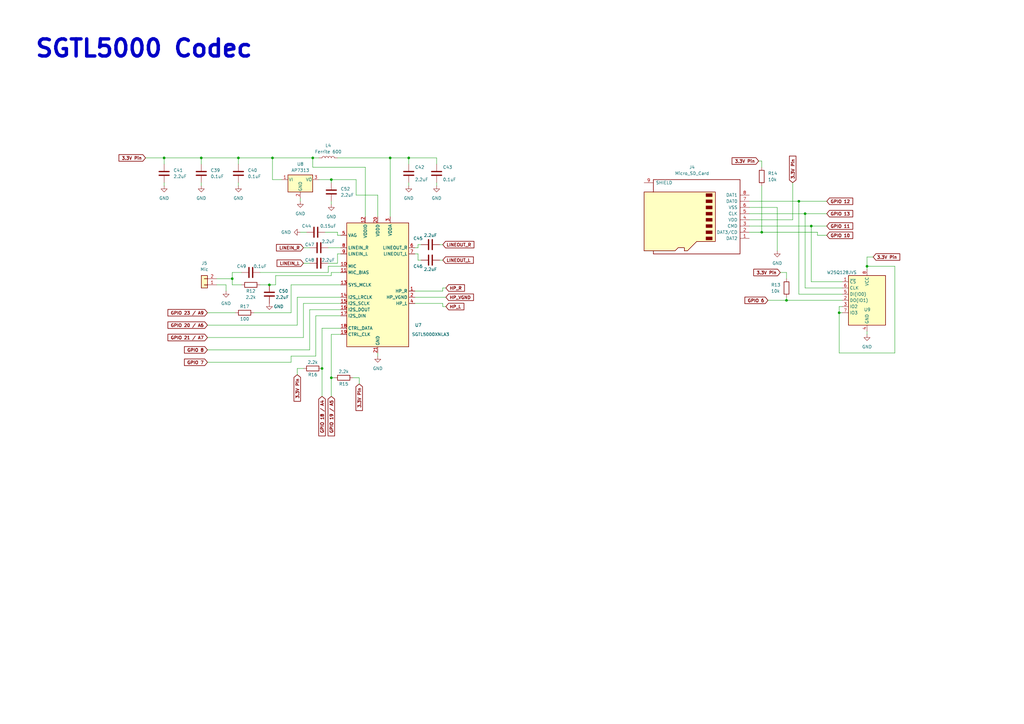
<source format=kicad_sch>
(kicad_sch (version 20230121) (generator eeschema)
  (paper "A3")
  (lib_symbols
    (symbol "Audio:SGTL5000XNLA3"
      (property "Reference" "U" (at 0 0 0))
      (property "Value" "SGTL5000XNLA3" (at -5.08 -27.94 0))
      (symbol "SGTL5000XNLA3_0_1"
        (rectangle (start -12.7 25.4) (end 12.7 -25.4) (stroke (width 0.254)) (fill (type background)))
      )
      (symbol "SGTL5000XNLA3_1_1"
        (pin output line (at 15.24 -2.54 180) (length 2.54) (name "HP_R") (number "1"))
        (pin input line (at -15.24 7.62 0) (length 2.54) (name "MIC") (number "10"))
        (pin input line (at -15.24 5.08 0) (length 2.54) (name "MIC_BIAS") (number "11"))
        (pin power_in line (at -5.08 27.94 270) (length 2.54) (name "VDDIO") (number "12"))
        (pin input line (at -15.24 0 0) (length 2.54) (name "SYS_MCLK") (number "13"))
        (pin input line (at -15.24 -5.08 0) (length 2.54) (name "I2S_LRCLK") (number "14"))
        (pin input line (at -15.24 -7.62 0) (length 2.54) (name "I2S_SCLK") (number "15"))
        (pin output line (at -15.24 -10.16 0) (length 2.54) (name "I2S_DOUT") (number "16"))
        (pin input line (at -15.24 -12.7 0) (length 2.54) (name "I2S_DIN") (number "17"))
        (pin input line (at -15.24 -17.78 0) (length 2.54) (name "CTRL_DATA") (number "18"))
        (pin input line (at -15.24 -20.32 0) (length 2.54) (name "CTRL_CLK") (number "19"))
        (pin power_out line (at 15.24 -5.08 180) (length 2.54) (name "HP_VGND") (number "2"))
        (pin power_in line (at 0 27.94 270) (length 2.54) (name "VDDD") (number "20"))
        (pin power_in line (at 0 -27.94 90) (length 2.54) (name "GND") (number "21"))
        (pin power_in line (at 5.08 27.94 270) (length 2.54) (name "VDDA") (number "3"))
        (pin output line (at 15.24 -7.62 180) (length 2.54) (name "HP_L") (number "4"))
        (pin passive line (at -15.24 20.32 0) (length 2.54) (name "VAG") (number "5"))
        (pin output line (at 15.24 15.24 180) (length 2.54) (name "LINEOUT_R") (number "6"))
        (pin output line (at 15.24 12.7 180) (length 2.54) (name "LINEOUT_L") (number "7"))
        (pin input line (at -15.24 15.24 0) (length 2.54) (name "LINEIN_R") (number "8"))
        (pin input line (at -15.24 12.7 0) (length 2.54) (name "LINEIN_L") (number "9"))
      )
    )
    (symbol "Connector:Micro_SD_Card" (pin_names (offset 1.016))
      (property "Reference" "J" (at -16.51 15.24 0))
      (property "Value" "Micro_SD_Card" (at 16.51 15.24 0))
      (symbol "Micro_SD_Card_0_1"
        (rectangle (start -7.62 -9.525) (end -5.08 -10.795) (fill (type outline)))
        (rectangle (start -7.62 -6.985) (end -5.08 -8.255) (fill (type outline)))
        (rectangle (start -7.62 -4.445) (end -5.08 -5.715) (fill (type outline)))
        (rectangle (start -7.62 -1.905) (end -5.08 -3.175) (fill (type outline)))
        (rectangle (start -7.62 0.635) (end -5.08 -0.635) (fill (type outline)))
        (rectangle (start -7.62 3.175) (end -5.08 1.905) (fill (type outline)))
        (rectangle (start -7.62 5.715) (end -5.08 4.445) (fill (type outline)))
        (rectangle (start -7.62 8.255) (end -5.08 6.985) (fill (type outline)))
        (polyline (pts (xy 16.51 12.7) (xy 16.51 13.97) (xy -19.05 13.97) (xy -19.05 -16.51) (xy 16.51 -16.51) (xy 16.51 -11.43)) (stroke (width 0.254)))
        (polyline (pts (xy -8.89 -11.43) (xy -8.89 8.89) (xy -1.27 8.89) (xy 2.54 12.7) (xy 3.81 12.7) (xy 3.81 11.43) (xy 6.35 11.43) (xy 7.62 12.7) (xy 20.32 12.7) (xy 20.32 -11.43) (xy -8.89 -11.43)) (stroke (width 0.254)) (fill (type background)))
      )
      (symbol "Micro_SD_Card_1_1"
        (pin bidirectional line (at -22.86 7.62 0) (length 3.81) (name "DAT2") (number "1"))
        (pin bidirectional line (at -22.86 5.08 0) (length 3.81) (name "DAT3/CD") (number "2"))
        (pin input line (at -22.86 2.54 0) (length 3.81) (name "CMD") (number "3"))
        (pin power_in line (at -22.86 0 0) (length 3.81) (name "VDD") (number "4"))
        (pin input line (at -22.86 -2.54 0) (length 3.81) (name "CLK") (number "5"))
        (pin power_in line (at -22.86 -5.08 0) (length 3.81) (name "VSS") (number "6"))
        (pin bidirectional line (at -22.86 -7.62 0) (length 3.81) (name "DAT0") (number "7"))
        (pin bidirectional line (at -22.86 -10.16 0) (length 3.81) (name "DAT1") (number "8"))
        (pin passive line (at 20.32 -15.24 180) (length 3.81) (name "SHIELD") (number "9"))
      )
    )
    (symbol "Connector_Generic:Conn_01x02" (pin_names (offset 1.016) hide)
      (property "Reference" "J" (at 0 2.54 0))
      (property "Value" "Conn_01x02" (at 0 -5.08 0))
      (symbol "Conn_01x02_1_1"
        (rectangle (start -1.27 -2.413) (end 0 -2.667) (stroke (width 0.1524)))
        (rectangle (start -1.27 0.127) (end 0 -0.127) (stroke (width 0.1524)))
        (rectangle (start -1.27 1.27) (end 1.27 -3.81) (stroke (width 0.254)) (fill (type background)))
        (pin passive line (at -5.08 0 0) (length 3.81) (name "Pin_1") (number "1"))
        (pin passive line (at -5.08 -2.54 0) (length 3.81) (name "Pin_2") (number "2"))
      )
    )
    (symbol "Device:C" (pin_numbers hide) (pin_names (offset 0.254))
      (property "Reference" "C" (at 0.635 2.54 0))
      (property "Value" "C" (at 0.635 -2.54 0))
      (symbol "C_0_1"
        (polyline (pts (xy -2.032 -0.762) (xy 2.032 -0.762)) (stroke (width 0.508)))
        (polyline (pts (xy -2.032 0.762) (xy 2.032 0.762)) (stroke (width 0.508)))
      )
      (symbol "C_1_1"
        (pin passive line (at 0 3.81 270) (length 2.794) (name "~") (number "1"))
        (pin passive line (at 0 -3.81 90) (length 2.794) (name "~") (number "2"))
      )
    )
    (symbol "Device:L" (pin_numbers hide) (pin_names (offset 1.016) hide)
      (property "Reference" "L" (at -1.27 0 90))
      (property "Value" "L" (at 1.905 0 90))
      (symbol "L_0_1"
        (arc (start 0 -2.54) (mid 0.6323 -1.905) (end 0 -1.27))
        (arc (start 0 -1.27) (mid 0.6323 -0.635) (end 0 0))
        (arc (start 0 0) (mid 0.6323 0.635) (end 0 1.27))
        (arc (start 0 1.27) (mid 0.6323 1.905) (end 0 2.54))
      )
      (symbol "L_1_1"
        (pin passive line (at 0 3.81 270) (length 1.27) (name "1") (number "1"))
        (pin passive line (at 0 -3.81 90) (length 1.27) (name "2") (number "2"))
      )
    )
    (symbol "Device:R" (pin_numbers hide) (pin_names (offset 0))
      (property "Reference" "R" (at 2.032 0 90))
      (property "Value" "R" (at 0 0 90))
      (symbol "R_0_1"
        (rectangle (start -1.016 -2.54) (end 1.016 2.54) (stroke (width 0.254)))
      )
      (symbol "R_1_1"
        (pin passive line (at 0 3.81 270) (length 1.27) (name "~") (number "1"))
        (pin passive line (at 0 -3.81 90) (length 1.27) (name "~") (number "2"))
      )
    )
    (symbol "Memory_Flash:W25Q128JVS"
      (property "Reference" "U" (at -8.89 8.89 0))
      (property "Value" "W25Q128JVS" (at 7.62 8.89 0))
      (symbol "W25Q128JVS_0_1"
        (rectangle (start -7.62 10.16) (end 7.62 -10.16) (stroke (width 0.254)) (fill (type background)))
      )
      (symbol "W25Q128JVS_1_1"
        (pin input line (at -10.16 7.62 0) (length 2.54) (name "~{CS}") (number "1"))
        (pin bidirectional line (at -10.16 0 0) (length 2.54) (name "DO(IO1)") (number "2"))
        (pin bidirectional line (at -10.16 -2.54 0) (length 2.54) (name "IO2") (number "3"))
        (pin power_in line (at 0 -12.7 90) (length 2.54) (name "GND") (number "4"))
        (pin bidirectional line (at -10.16 2.54 0) (length 2.54) (name "DI(IO0)") (number "5"))
        (pin input line (at -10.16 5.08 0) (length 2.54) (name "CLK") (number "6"))
        (pin bidirectional line (at -10.16 -5.08 0) (length 2.54) (name "IO3") (number "7"))
        (pin power_in line (at 0 12.7 270) (length 2.54) (name "VCC") (number "8"))
      )
    )
    (symbol "Regulator_Linear:AP7361C-10E" (pin_names (offset 0.254))
      (property "Reference" "U" (at -3.81 3.175 0))
      (property "Value" "AP7361C-10E" (at 0 3.175 0))
      (symbol "AP7361C-10E_0_1"
        (rectangle (start -5.08 -5.08) (end 5.08 1.905) (stroke (width 0.254)) (fill (type background)))
      )
      (symbol "AP7361C-10E_1_1"
        (pin power_in line (at -7.62 0 0) (length 2.54) (name "VI") (number "1"))
        (pin power_in line (at 0 -7.62 90) (length 2.54) (name "GND") (number "2"))
        (pin power_out line (at 7.62 0 180) (length 2.54) (name "VO") (number "3"))
      )
    )
    (symbol "power:GND" (power) (pin_names (offset 0))
      (property "Value" "GND" (at 0 -3.81 0))
      (symbol "GND_0_1"
        (polyline (pts (xy 0 0) (xy 0 -1.27) (xy 1.27 -1.27) (xy 0 -2.54) (xy -1.27 -1.27) (xy 0 -1.27)))
      )
      (symbol "GND_1_1"
        (pin power_in line (at 0 0 270) (length 0) hide (name "GND") (number "1"))
      )
    )
  )
  (junction (at 322.58 123.19))
  (junction (at 344.17 128.27))
  (junction (at 355.6 109.22))
  (junction (at 111.76 64.77))
  (junction (at 332.74 92.71))
  (junction (at 160.02 64.77))
  (junction (at 135.89 73.66))
  (junction (at 330.2 87.63))
  (junction (at 97.79 64.77))
  (junction (at 67.31 64.77))
  (junction (at 95.25 114.3))
  (junction (at 128.27 64.77))
  (junction (at 82.55 64.77))
  (junction (at 110.49 116.84))
  (junction (at 327.66 82.55))
  (junction (at 312.42 95.25))
  (junction (at 167.64 64.77))
  (junction (at 135.89 154.94))
  (junction (at 132.08 151.13))
  (wire (pts (xy 123.19 81.28) (xy 123.19 82.55)))
  (wire (pts (xy 327.66 120.65) (xy 345.44 120.65)))
  (wire (pts (xy 119.38 146.05) (xy 119.38 148.59)))
  (wire (pts (xy 330.2 87.63) (xy 330.2 118.11)))
  (wire (pts (xy 330.2 87.63) (xy 339.09 87.63)))
  (wire (pts (xy 332.74 115.57) (xy 345.44 115.57)))
  (wire (pts (xy 139.7 134.62) (xy 132.08 134.62)))
  (wire (pts (xy 88.9 114.3) (xy 95.25 114.3)))
  (wire (pts (xy 59.69 64.77) (xy 67.31 64.77)))
  (wire (pts (xy 167.64 64.77) (xy 179.07 64.77)))
  (wire (pts (xy 132.08 134.62) (xy 132.08 151.13)))
  (wire (pts (xy 135.89 111.76) (xy 135.89 113.03)))
  (wire (pts (xy 160.02 64.77) (xy 160.02 88.9)))
  (wire (pts (xy 106.68 116.84) (xy 110.49 116.84)))
  (wire (pts (xy 314.96 123.19) (xy 322.58 123.19)))
  (wire (pts (xy 135.89 73.66) (xy 146.05 73.66)))
  (wire (pts (xy 124.46 151.13) (xy 121.92 151.13)))
  (wire (pts (xy 97.79 64.77) (xy 111.76 64.77)))
  (wire (pts (xy 335.28 96.52) (xy 339.09 96.52)))
  (wire (pts (xy 104.14 128.27) (xy 119.38 128.27)))
  (wire (pts (xy 322.58 111.76) (xy 322.58 114.3)))
  (wire (pts (xy 135.89 154.94) (xy 135.89 162.56)))
  (wire (pts (xy 138.43 104.14) (xy 138.43 107.95)))
  (wire (pts (xy 113.03 113.03) (xy 113.03 116.84)))
  (wire (pts (xy 139.7 129.54) (xy 129.54 129.54)))
  (wire (pts (xy 171.45 100.33) (xy 171.45 101.6)))
  (wire (pts (xy 110.49 116.84) (xy 113.03 116.84)))
  (wire (pts (xy 132.08 151.13) (xy 132.08 162.56)))
  (wire (pts (xy 344.17 125.73) (xy 344.17 128.27)))
  (wire (pts (xy 111.76 64.77) (xy 128.27 64.77)))
  (wire (pts (xy 121.92 133.35) (xy 85.09 133.35)))
  (wire (pts (xy 128.27 68.58) (xy 128.27 64.77)))
  (wire (pts (xy 330.2 118.11) (xy 345.44 118.11)))
  (wire (pts (xy 171.45 106.68) (xy 171.45 104.14)))
  (wire (pts (xy 355.6 105.41) (xy 355.6 109.22)))
  (wire (pts (xy 322.58 123.19) (xy 345.44 123.19)))
  (wire (pts (xy 67.31 74.93) (xy 67.31 76.2)))
  (wire (pts (xy 85.09 128.27) (xy 96.52 128.27)))
  (wire (pts (xy 95.25 116.84) (xy 99.06 116.84)))
  (wire (pts (xy 97.79 74.93) (xy 97.79 76.2)))
  (wire (pts (xy 135.89 73.66) (xy 135.89 74.93)))
  (wire (pts (xy 113.03 113.03) (xy 135.89 113.03)))
  (wire (pts (xy 85.09 148.59) (xy 119.38 148.59)))
  (wire (pts (xy 82.55 64.77) (xy 82.55 67.31)))
  (wire (pts (xy 355.6 135.89) (xy 355.6 137.16)))
  (wire (pts (xy 146.05 73.66) (xy 146.05 80.01)))
  (wire (pts (xy 307.34 90.17) (xy 325.12 90.17)))
  (wire (pts (xy 181.61 125.73) (xy 182.88 125.73)))
  (wire (pts (xy 139.7 121.92) (xy 121.92 121.92)))
  (wire (pts (xy 344.17 144.78) (xy 367.03 144.78)))
  (wire (pts (xy 127 127) (xy 127 143.51)))
  (wire (pts (xy 307.34 82.55) (xy 327.66 82.55)))
  (wire (pts (xy 124.46 124.46) (xy 124.46 138.43)))
  (wire (pts (xy 307.34 95.25) (xy 312.42 95.25)))
  (wire (pts (xy 180.34 106.68) (xy 181.61 106.68)))
  (wire (pts (xy 139.7 109.22) (xy 134.62 109.22)))
  (wire (pts (xy 327.66 82.55) (xy 327.66 120.65)))
  (wire (pts (xy 139.7 137.16) (xy 135.89 137.16)))
  (wire (pts (xy 82.55 74.93) (xy 82.55 76.2)))
  (wire (pts (xy 139.7 127) (xy 127 127)))
  (wire (pts (xy 67.31 64.77) (xy 82.55 64.77)))
  (wire (pts (xy 111.76 64.77) (xy 111.76 73.66)))
  (wire (pts (xy 171.45 101.6) (xy 170.18 101.6)))
  (wire (pts (xy 92.71 116.84) (xy 92.71 119.38)))
  (wire (pts (xy 135.89 154.94) (xy 137.16 154.94)))
  (wire (pts (xy 355.6 105.41) (xy 358.14 105.41)))
  (wire (pts (xy 170.18 119.38) (xy 181.61 119.38)))
  (wire (pts (xy 160.02 64.77) (xy 167.64 64.77)))
  (wire (pts (xy 154.94 144.78) (xy 154.94 146.05)))
  (wire (pts (xy 95.25 111.76) (xy 95.25 114.3)))
  (wire (pts (xy 149.86 68.58) (xy 128.27 68.58)))
  (wire (pts (xy 335.28 95.25) (xy 335.28 96.52)))
  (wire (pts (xy 138.43 104.14) (xy 139.7 104.14)))
  (wire (pts (xy 345.44 125.73) (xy 344.17 125.73)))
  (wire (pts (xy 320.04 111.76) (xy 322.58 111.76)))
  (wire (pts (xy 307.34 92.71) (xy 332.74 92.71)))
  (wire (pts (xy 82.55 64.77) (xy 97.79 64.77)))
  (wire (pts (xy 138.43 96.52) (xy 139.7 96.52)))
  (wire (pts (xy 135.89 82.55) (xy 135.89 83.82)))
  (wire (pts (xy 121.92 121.92) (xy 121.92 133.35)))
  (wire (pts (xy 180.34 100.33) (xy 181.61 100.33)))
  (wire (pts (xy 312.42 66.04) (xy 312.42 68.58)))
  (wire (pts (xy 121.92 151.13) (xy 121.92 153.67)))
  (wire (pts (xy 124.46 138.43) (xy 85.09 138.43)))
  (wire (pts (xy 129.54 129.54) (xy 129.54 146.05)))
  (wire (pts (xy 67.31 64.77) (xy 67.31 67.31)))
  (wire (pts (xy 146.05 80.01) (xy 154.94 80.01)))
  (wire (pts (xy 312.42 76.2) (xy 312.42 95.25)))
  (wire (pts (xy 311.15 66.04) (xy 312.42 66.04)))
  (wire (pts (xy 85.09 143.51) (xy 127 143.51)))
  (wire (pts (xy 167.64 74.93) (xy 167.64 76.2)))
  (wire (pts (xy 344.17 128.27) (xy 344.17 144.78)))
  (wire (pts (xy 138.43 95.25) (xy 138.43 96.52)))
  (wire (pts (xy 134.62 107.95) (xy 138.43 107.95)))
  (wire (pts (xy 125.73 95.25) (xy 123.19 95.25)))
  (wire (pts (xy 119.38 146.05) (xy 129.54 146.05)))
  (wire (pts (xy 149.86 88.9) (xy 149.86 68.58)))
  (wire (pts (xy 179.07 74.93) (xy 179.07 76.2)))
  (wire (pts (xy 322.58 123.19) (xy 322.58 121.92)))
  (wire (pts (xy 134.62 109.22) (xy 134.62 111.76)))
  (wire (pts (xy 312.42 95.25) (xy 335.28 95.25)))
  (wire (pts (xy 119.38 116.84) (xy 139.7 116.84)))
  (wire (pts (xy 167.64 64.77) (xy 167.64 67.31)))
  (wire (pts (xy 171.45 104.14) (xy 170.18 104.14)))
  (wire (pts (xy 97.79 64.77) (xy 97.79 67.31)))
  (wire (pts (xy 133.35 95.25) (xy 138.43 95.25)))
  (wire (pts (xy 181.61 118.11) (xy 182.88 118.11)))
  (wire (pts (xy 307.34 85.09) (xy 318.77 85.09)))
  (wire (pts (xy 124.46 101.6) (xy 127 101.6)))
  (wire (pts (xy 170.18 124.46) (xy 181.61 124.46)))
  (wire (pts (xy 170.18 121.92) (xy 182.88 121.92)))
  (wire (pts (xy 181.61 119.38) (xy 181.61 118.11)))
  (wire (pts (xy 181.61 124.46) (xy 181.61 125.73)))
  (wire (pts (xy 171.45 106.68) (xy 172.72 106.68)))
  (wire (pts (xy 318.77 85.09) (xy 318.77 102.87)))
  (wire (pts (xy 355.6 109.22) (xy 355.6 110.49)))
  (wire (pts (xy 135.89 137.16) (xy 135.89 154.94)))
  (wire (pts (xy 134.62 101.6) (xy 139.7 101.6)))
  (wire (pts (xy 327.66 82.55) (xy 339.09 82.55)))
  (wire (pts (xy 139.7 124.46) (xy 124.46 124.46)))
  (wire (pts (xy 139.7 111.76) (xy 135.89 111.76)))
  (wire (pts (xy 307.34 87.63) (xy 330.2 87.63)))
  (wire (pts (xy 111.76 73.66) (xy 115.57 73.66)))
  (wire (pts (xy 171.45 100.33) (xy 172.72 100.33)))
  (wire (pts (xy 144.78 154.94) (xy 147.32 154.94)))
  (wire (pts (xy 332.74 92.71) (xy 339.09 92.71)))
  (wire (pts (xy 332.74 92.71) (xy 332.74 115.57)))
  (wire (pts (xy 367.03 144.78) (xy 367.03 109.22)))
  (wire (pts (xy 344.17 128.27) (xy 345.44 128.27)))
  (wire (pts (xy 154.94 80.01) (xy 154.94 88.9)))
  (wire (pts (xy 99.06 111.76) (xy 95.25 111.76)))
  (wire (pts (xy 130.81 73.66) (xy 135.89 73.66)))
  (wire (pts (xy 95.25 116.84) (xy 95.25 114.3)))
  (wire (pts (xy 147.32 154.94) (xy 147.32 157.48)))
  (wire (pts (xy 325.12 74.93) (xy 325.12 90.17)))
  (wire (pts (xy 179.07 64.77) (xy 179.07 67.31)))
  (wire (pts (xy 124.46 107.95) (xy 127 107.95)))
  (wire (pts (xy 367.03 109.22) (xy 355.6 109.22)))
  (wire (pts (xy 138.43 64.77) (xy 160.02 64.77)))
  (wire (pts (xy 128.27 64.77) (xy 130.81 64.77)))
  (wire (pts (xy 106.68 111.76) (xy 134.62 111.76)))
  (wire (pts (xy 88.9 116.84) (xy 92.71 116.84)))
  (wire (pts (xy 119.38 116.84) (xy 119.38 128.27)))
  (text "SGTL5000 Codec" (at 13.97 24.13 0) (effects (font (size 7 7) (thickness 1.4) bold) (justify left bottom)))
  (global_label "HP_R" (shape input) (at 182.88 118.11 0) (effects (font bold)) (property "Intersheetrefs" "${INTERSHEET_REFS}" (effects hide)))
  (global_label "GPIO 8" (shape input) (at 85.09 143.51 180) (effects (font bold)) (property "Intersheetrefs" "${INTERSHEET_REFS}" (effects hide)))
  (global_label "GPIO 19 {slash} A5" (shape input) (at 135.89 162.56 270) (effects (font bold)) (property "Intersheetrefs" "${INTERSHEET_REFS}" (effects hide)))
  (global_label "GPIO 13" (shape input) (at 339.09 87.63 0) (effects (font bold)) (property "Intersheetrefs" "${INTERSHEET_REFS}" (effects hide)))
  (global_label "GPIO 18 {slash} A4" (shape input) (at 132.08 162.56 270) (effects (font bold)) (property "Intersheetrefs" "${INTERSHEET_REFS}" (effects hide)))
  (global_label "GPIO 6" (shape input) (at 314.96 123.19 180) (effects (font bold)) (property "Intersheetrefs" "${INTERSHEET_REFS}" (effects hide)))
  (global_label "LINEIN_L" (shape input) (at 124.46 107.95 180) (effects (font bold)) (property "Intersheetrefs" "${INTERSHEET_REFS}" (effects hide)))
  (global_label "3.3V Pin" (shape input) (at 147.32 157.48 270) (effects (font bold)) (property "Intersheetrefs" "${INTERSHEET_REFS}" (effects hide)))
  (global_label "GPIO 10" (shape input) (at 339.09 96.52 0) (effects (font bold)) (property "Intersheetrefs" "${INTERSHEET_REFS}" (effects hide)))
  (global_label "GPIO 11" (shape input) (at 339.09 92.71 0) (effects (font bold)) (property "Intersheetrefs" "${INTERSHEET_REFS}" (effects hide)))
  (global_label "HP_L" (shape input) (at 182.88 125.73 0) (effects (font bold)) (property "Intersheetrefs" "${INTERSHEET_REFS}" (effects hide)))
  (global_label "3.3V Pin" (shape input) (at 358.14 105.41 0) (effects (font bold)) (property "Intersheetrefs" "${INTERSHEET_REFS}" (effects hide)))
  (global_label "GPIO 12" (shape input) (at 339.09 82.55 0) (effects (font bold)) (property "Intersheetrefs" "${INTERSHEET_REFS}" (effects hide)))
  (global_label "HP_VGND" (shape input) (at 182.88 121.92 0) (effects (font bold)) (property "Intersheetrefs" "${INTERSHEET_REFS}" (effects hide)))
  (global_label "LINEIN_R" (shape input) (at 124.46 101.6 180) (effects (font bold)) (property "Intersheetrefs" "${INTERSHEET_REFS}" (effects hide)))
  (global_label "LINEOUT_R" (shape input) (at 181.61 100.33 0) (effects (font bold)) (property "Intersheetrefs" "${INTERSHEET_REFS}" (effects hide)))
  (global_label "3.3V Pin" (shape input) (at 311.15 66.04 180) (effects (font bold)) (property "Intersheetrefs" "${INTERSHEET_REFS}" (effects hide)))
  (global_label "GPIO 7" (shape input) (at 85.09 148.59 180) (effects (font bold)) (property "Intersheetrefs" "${INTERSHEET_REFS}" (effects hide)))
  (global_label "GPIO 23 {slash} A9" (shape input) (at 85.09 128.27 180) (effects (font bold)) (property "Intersheetrefs" "${INTERSHEET_REFS}" (effects hide)))
  (global_label "3.3V Pin" (shape input) (at 320.04 111.76 180) (effects (font bold)) (property "Intersheetrefs" "${INTERSHEET_REFS}" (effects hide)))
  (global_label "GPIO 20 {slash} A6" (shape input) (at 85.09 133.35 180) (effects (font bold)) (property "Intersheetrefs" "${INTERSHEET_REFS}" (effects hide)))
  (global_label "3.3V Pin" (shape input) (at 325.12 74.93 90) (effects (font bold)) (property "Intersheetrefs" "${INTERSHEET_REFS}" (effects hide)))
  (global_label "3.3V Pin" (shape input) (at 59.69 64.77 180) (effects (font bold)) (property "Intersheetrefs" "${INTERSHEET_REFS}" (effects hide)))
  (global_label "3.3V Pin" (shape input) (at 121.92 153.67 270) (effects (font bold)) (property "Intersheetrefs" "${INTERSHEET_REFS}" (effects hide)))
  (global_label "GPIO 21 {slash} A7" (shape input) (at 85.09 138.43 180) (effects (font bold)) (property "Intersheetrefs" "${INTERSHEET_REFS}" (effects hide)))
  (global_label "LINEOUT_L" (shape input) (at 181.61 106.68 0) (effects (font bold)) (property "Intersheetrefs" "${INTERSHEET_REFS}" (effects hide)))
  (symbol (lib_id "Device:R") (at 140.97 154.94 90) (unit 1)
    (property "Reference" "R15" (at 140.97 157.48 90))
    (property "Value" "2.2k" (at 140.97 152.4 90))
    (property "Footprint" "Capacitor_SMD:C_0201_0603Metric_Pad0.64x0.40mm_HandSolder" (effects hide))
  )
  (symbol (lib_id "Memory_Flash:W25Q128JVS") (at 355.6 123.19 0) (unit 1)
    (property "Reference" "U9" (at 354.33 127 0) (effects (justify left)))
    (property "Value" "W25Q128JVS" (at 339.09 111.76 0) (effects (justify left)))
    (property "Footprint" "Package_SO:SOIC-8_5.23x5.23mm_P1.27mm" (effects hide))
    (property "Datasheet" "http://www.winbond.com/resource-files/w25q128jv_dtr%20revc%2003272018%20plus.pdf" (effects hide))
  )
  (symbol (lib_id "Device:C") (at 176.53 100.33 90) (unit 1)
    (property "Reference" "C45" (at 171.45 97.79 90))
    (property "Value" "2.2uF" (at 176.53 96.52 90))
    (property "Footprint" "Capacitor_SMD:C_0201_0603Metric_Pad0.64x0.40mm_HandSolder" (effects hide))
  )
  (symbol (lib_id "Device:R") (at 312.42 72.39 0) (unit 1)
    (property "Reference" "R14" (at 314.96 71.12 0) (effects (justify left)))
    (property "Value" "10k" (at 314.96 73.66 0) (effects (justify left)))
    (property "Footprint" "Capacitor_SMD:C_0201_0603Metric_Pad0.64x0.40mm_HandSolder" (effects hide))
  )
  (symbol (lib_id "Device:C") (at 102.87 111.76 90) (unit 1)
    (property "Reference" "C49" (at 99.06 109.22 90))
    (property "Value" "0.1uF" (at 106.68 109.22 90))
    (property "Footprint" "Capacitor_SMD:C_0201_0603Metric_Pad0.64x0.40mm_HandSolder" (effects hide))
  )
  (symbol (lib_id "power:GND") (at 167.64 76.2 0) (unit 1)
    (property "Reference" "#PWR048" (effects hide))
    (property "Value" "GND" (at 167.64 81.28 0))
  )
  (symbol (lib_id "Connector:Micro_SD_Card") (at 284.48 90.17 180) (unit 1)
    (property "Reference" "J4" (at 283.845 68.58 0))
    (property "Value" "Micro_SD_Card" (at 283.845 71.12 0))
    (property "Footprint" "Connector_Card:SD_TE_2041021" (effects hide))
    (property "Datasheet" "http://katalog.we-online.de/em/datasheet/693072010801.pdf" (effects hide))
  )
  (symbol (lib_id "Device:C") (at 135.89 78.74 0) (unit 1)
    (property "Reference" "C52" (at 139.7 77.47 0) (effects (justify left)))
    (property "Value" "2.2uF" (at 139.7 80.01 0) (effects (justify left)))
    (property "Footprint" "Capacitor_SMD:C_0201_0603Metric_Pad0.64x0.40mm_HandSolder" (effects hide))
  )
  (symbol (lib_id "Device:C") (at 67.31 71.12 0) (unit 1)
    (property "Reference" "C41" (at 71.12 69.85 0) (effects (justify left)))
    (property "Value" "2.2uF" (at 71.12 72.39 0) (effects (justify left)))
    (property "Footprint" "Capacitor_SMD:C_0201_0603Metric_Pad0.64x0.40mm_HandSolder" (effects hide))
  )
  (symbol (lib_id "Device:C") (at 167.64 71.12 0) (unit 1)
    (property "Reference" "C42" (at 170.18 68.58 0) (effects (justify left)))
    (property "Value" "2.2uF" (at 170.18 73.66 0) (effects (justify left)))
    (property "Footprint" "Capacitor_SMD:C_0201_0603Metric_Pad0.64x0.40mm_HandSolder" (effects hide))
  )
  (symbol (lib_id "Device:C") (at 97.79 71.12 0) (unit 1)
    (property "Reference" "C40" (at 101.6 69.85 0) (effects (justify left)))
    (property "Value" "0.1uF" (at 101.6 72.39 0) (effects (justify left)))
    (property "Footprint" "Capacitor_SMD:C_0201_0603Metric_Pad0.64x0.40mm_HandSolder" (effects hide))
  )
  (symbol (lib_id "power:GND") (at 97.79 76.2 0) (unit 1)
    (property "Reference" "#PWR045" (effects hide))
    (property "Value" "GND" (at 97.79 81.28 0))
  )
  (symbol (lib_id "power:GND") (at 92.71 119.38 0) (unit 1)
    (property "Reference" "#PWR052" (effects hide))
    (property "Value" "GND" (at 92.71 124.46 0))
  )
  (symbol (lib_id "Device:C") (at 129.54 95.25 90) (unit 1)
    (property "Reference" "C44" (at 125.73 92.71 90))
    (property "Value" "0.15uF" (at 134.62 92.71 90))
    (property "Footprint" "Capacitor_SMD:C_0201_0603Metric_Pad0.64x0.40mm_HandSolder" (effects hide))
  )
  (symbol (lib_id "Audio:SGTL5000XNLA3") (at 154.94 116.84 0) (unit 1)
    (property "Reference" "U7" (at 170.18 133.35 0) (effects (justify left)))
    (property "Value" "SGTL5000XNLA3" (at 168.91 137.16 0) (effects (justify left)))
    (property "Footprint" "Package_DFN_QFN:QFN-20-1EP_3x3mm_P0.4mm_EP1.65x1.65mm" (effects hide))
    (property "Datasheet" "https://www.nxp.com/docs/en/data-sheet/SGTL5000.pdf" (effects hide))
  )
  (symbol (lib_id "power:GND") (at 110.49 124.46 0) (unit 1)
    (property "Reference" "#PWR051" (effects hide))
    (property "Value" "GND" (at 114.3 125.73 0))
  )
  (symbol (lib_id "power:GND") (at 123.19 95.25 270) (unit 1)
    (property "Reference" "#PWR050" (effects hide))
    (property "Value" "GND" (at 119.38 95.25 90) (effects (justify right)))
  )
  (symbol (lib_id "power:GND") (at 82.55 76.2 0) (unit 1)
    (property "Reference" "#PWR044" (effects hide))
    (property "Value" "GND" (at 82.55 81.28 0))
  )
  (symbol (lib_id "Device:C") (at 179.07 71.12 0) (unit 1)
    (property "Reference" "C43" (at 181.61 68.58 0) (effects (justify left)))
    (property "Value" "0.1uF" (at 181.61 73.66 0) (effects (justify left)))
    (property "Footprint" "Capacitor_SMD:C_0201_0603Metric_Pad0.64x0.40mm_HandSolder" (effects hide))
  )
  (symbol (lib_id "Device:C") (at 110.49 120.65 0) (unit 1)
    (property "Reference" "C50" (at 114.3 119.38 0) (effects (justify left)))
    (property "Value" "2.2uF" (at 113.03 121.92 0) (effects (justify left)))
    (property "Footprint" "Capacitor_SMD:C_0201_0603Metric_Pad0.64x0.40mm_HandSolder" (effects hide))
  )
  (symbol (lib_id "Device:R") (at 100.33 128.27 90) (unit 1)
    (property "Reference" "R17" (at 100.33 125.73 90))
    (property "Value" "100" (at 100.33 130.81 90))
    (property "Footprint" "Capacitor_SMD:C_0201_0603Metric_Pad0.64x0.40mm_HandSolder" (effects hide))
  )
  (symbol (lib_id "power:GND") (at 123.19 82.55 0) (unit 1)
    (property "Reference" "#PWR046" (effects hide))
    (property "Value" "GND" (at 123.19 87.63 0))
  )
  (symbol (lib_id "Regulator_Linear:AP7361C-10E") (at 123.19 73.66 0) (unit 1)
    (property "Reference" "U8" (at 123.19 67.31 0))
    (property "Value" "AP7313" (at 123.19 69.85 0))
    (property "Footprint" "Package_TO_SOT_SMD:SOT-223-3_TabPin2" (effects hide))
    (property "Datasheet" "https://www.diodes.com/assets/Datasheets/AP7361C.pdf" (effects hide))
  )
  (symbol (lib_id "power:GND") (at 135.89 83.82 0) (unit 1)
    (property "Reference" "#PWR047" (effects hide))
    (property "Value" "GND" (at 135.89 88.9 0))
  )
  (symbol (lib_id "Device:L") (at 134.62 64.77 90) (unit 1)
    (property "Reference" "L4" (at 134.62 59.69 90))
    (property "Value" "Ferrite 600" (at 134.62 62.23 90))
  )
  (symbol (lib_id "power:GND") (at 318.77 102.87 0) (unit 1)
    (property "Reference" "#PWR054" (effects hide))
    (property "Value" "GND" (at 318.77 107.95 0))
  )
  (symbol (lib_id "Connector_Generic:Conn_01x02") (at 83.82 116.84 180) (unit 1)
    (property "Reference" "J5" (at 83.82 107.95 0))
    (property "Value" "Mic" (at 83.82 110.49 0))
  )
  (symbol (lib_id "power:GND") (at 67.31 76.2 0) (unit 1)
    (property "Reference" "#PWR043" (effects hide))
    (property "Value" "GND" (at 67.31 81.28 0))
  )
  (symbol (lib_id "Device:C") (at 176.53 106.68 90) (unit 1)
    (property "Reference" "C46" (at 171.45 109.22 90))
    (property "Value" "2.2uF" (at 176.53 110.49 90))
    (property "Footprint" "Capacitor_SMD:C_0201_0603Metric_Pad0.64x0.40mm_HandSolder" (effects hide))
  )
  (symbol (lib_id "Device:R") (at 322.58 118.11 0) (unit 1)
    (property "Reference" "R13" (at 316.23 116.84 0) (effects (justify left)))
    (property "Value" "10k" (at 316.23 119.38 0) (effects (justify left)))
    (property "Footprint" "Capacitor_SMD:C_0201_0603Metric_Pad0.64x0.40mm_HandSolder" (effects hide))
  )
  (symbol (lib_id "power:GND") (at 179.07 76.2 0) (unit 1)
    (property "Reference" "#PWR049" (effects hide))
    (property "Value" "GND" (at 179.07 81.28 0))
  )
  (symbol (lib_id "Device:R") (at 102.87 116.84 90) (unit 1)
    (property "Reference" "R12" (at 102.87 119.38 90))
    (property "Value" "2.2k" (at 102.87 121.92 90))
    (property "Footprint" "Capacitor_SMD:C_0201_0603Metric_Pad0.64x0.40mm_HandSolder" (effects hide))
  )
  (symbol (lib_id "Device:R") (at 128.27 151.13 90) (unit 1)
    (property "Reference" "R16" (at 128.27 153.67 90))
    (property "Value" "2.2k" (at 128.27 148.59 90))
    (property "Footprint" "Capacitor_SMD:C_0201_0603Metric_Pad0.64x0.40mm_HandSolder" (effects hide))
  )
  (symbol (lib_id "Device:C") (at 82.55 71.12 0) (unit 1)
    (property "Reference" "C39" (at 86.36 69.85 0) (effects (justify left)))
    (property "Value" "0.1uF" (at 86.36 72.39 0) (effects (justify left)))
    (property "Footprint" "Capacitor_SMD:C_0201_0603Metric_Pad0.64x0.40mm_HandSolder" (effects hide))
  )
  (symbol (lib_id "Device:C") (at 130.81 107.95 90) (unit 1)
    (property "Reference" "C48" (at 127 106.68 90))
    (property "Value" "2.2uF" (at 134.62 106.68 90))
    (property "Footprint" "Capacitor_SMD:C_0201_0603Metric_Pad0.64x0.40mm_HandSolder" (effects hide))
  )
  (symbol (lib_id "power:GND") (at 355.6 137.16 0) (unit 1)
    (property "Reference" "#PWR055" (effects hide))
    (property "Value" "GND" (at 355.6 142.24 0))
  )
  (symbol (lib_id "Device:C") (at 130.81 101.6 90) (unit 1)
    (property "Reference" "C47" (at 127 100.33 90))
    (property "Value" "2.2uF" (at 134.62 99.06 90))
    (property "Footprint" "Capacitor_SMD:C_0201_0603Metric_Pad0.64x0.40mm_HandSolder" (effects hide))
  )
  (symbol (lib_id "power:GND") (at 154.94 146.05 0) (unit 1)
    (property "Reference" "#PWR053" (effects hide))
    (property "Value" "GND" (at 154.94 151.13 0))
  )
)
</source>
